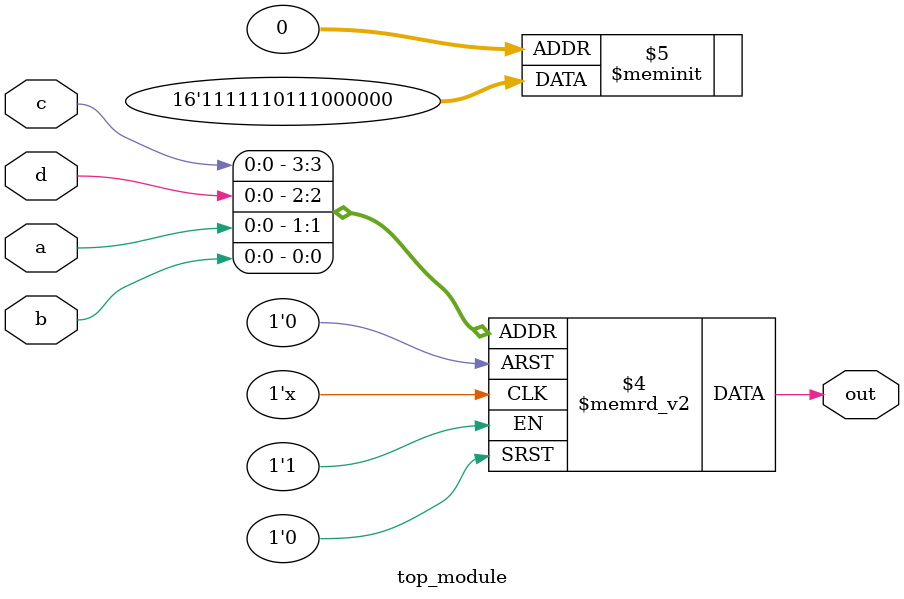
<source format=sv>
module top_module (
    input a,
    input b,
    input c,
    input d,
    output reg out
);

always @(*) begin
    case ({c, d, a, b})
        4'b0000: out = 1'b0; // ab=00, cd=00
        4'b0001: out = 1'b0; // ab=00, cd=01
        4'b0010: out = 1'b0; // ab=00, cd=10
        4'b0011: out = 1'b0; // ab=00, cd=11
        4'b0100: out = 1'b0; // ab=01, cd=00
        4'b0101: out = 1'b0; // ab=01, cd=01
        4'b0110: out = 1'b1; // ab=01, cd=10
        4'b0111: out = 1'b1; // ab=01, cd=11
        4'b1000: out = 1'b1; // ab=10, cd=00
        4'b1001: out = 1'b0; // ab=10, cd=01
        4'b1010: out = 1'b1; // ab=10, cd=10
        4'b1011: out = 1'b1; // ab=10, cd=11
        4'b1100: out = 1'b1; // ab=11, cd=00
        4'b1101: out = 1'b1; // ab=11, cd=01
        4'b1110: out = 1'b1; // ab=11, cd=10
        4'b1111: out = 1'b1; // ab=11, cd=11
        default: out = 1'b0; // Default to 0 for safety
    endcase
end

endmodule

</source>
